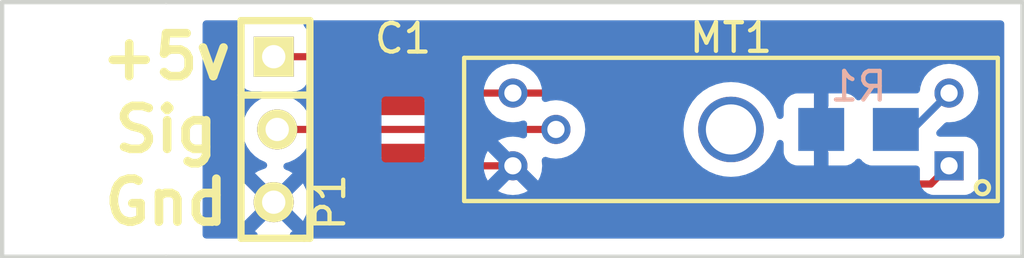
<source format=kicad_pcb>
(kicad_pcb (version 20221018) (generator pcbnew)
  (layers (0 "F.Cu" signal) (31 "B.Cu" signal) (34 "B.Paste" user) (35 "F.Paste" user) (36 "B.SilkS" user "B.Silkscreen") (37 "F.SilkS" user "F.Silkscreen") (38 "B.Mask" user) (39 "F.Mask" user) (44 "Edge.Cuts" user))
  (net 0 "")
  (net 1 "Net-(MT1-Pad4)")
  (net 2 "Net-(MT1-Pad2)")
  (net 3 "/GND")
  (net 4 "/Vcc")
  (footprint "Sensors:SHARP_GP1A57HRJ00F" (layer "F.Cu") (at 76.2 71.12)
    (fp_text reference "MT1" (at 0 -3.2) (layer "F.SilkS"))
    (fp_text value "GP1A57HRJ00F" hide)
    (fp_line (start -9.3 -2.5) (end -9.3 2.5) (stroke (width 0.15)) (layer "F.SilkS"))
    (fp_line (start -9.3 2.5) (end 9.3 2.5) (stroke (width 0.15)) (layer "F.SilkS"))
    (fp_line (start 9.3 -2.5) (end -9.3 -2.5) (stroke (width 0.15)) (layer "F.SilkS"))
    (fp_line (start 9.3 -2.5) (end 9.3 2.5) (stroke (width 0.15)) (layer "F.SilkS"))
    (fp_circle (center 8.763 2.032) (end 8.89 1.8415) (stroke (width 0.15)) (fill none) (layer "F.SilkS"))
    (pad "" thru_hole circle (at 0 0) (size 2.286 2.286) (drill 1.75) (layers "*.Cu" "*.Mask"))
    (pad "1" thru_hole rect (at 7.6 1.27) (size 1.016 1.016) (drill 0.6) (layers "*.Cu" "*.Mask") (net 4 "/Vcc"))
    (pad "2" thru_hole circle (at 7.6 -1.27) (size 1.016 1.016) (drill 0.6) (layers "*.Cu" "*.Mask") (net 2 "Net-(MT1-Pad2)"))
    (pad "3" thru_hole circle (at -7.6 -1.27) (size 1.016 1.016) (drill 0.6) (layers "*.Cu" "*.Mask") (net 4 "/Vcc"))
    (pad "4" thru_hole circle (at -6.1 0) (size 1.016 1.016) (drill 0.6) (layers "*.Cu" "*.Mask") (net 1 "Net-(MT1-Pad4)"))
    (pad "5" thru_hole circle (at -7.6 1.27) (size 1.016 1.016) (drill 0.6) (layers "*.Cu" "*.Mask") (net 3 "/GND"))
  )
  (footprint "Connectors:CONN_2.54mm_1x3" (layer "F.Cu") (at 60.325 71.12 90)
    (fp_text reference "P1" (at -2.54 1.905 90) (layer "F.SilkS"))
    (fp_text value "CONN_1x3" hide)
    (fp_line (start -3.8 -1.2) (end -3.8 1) (stroke (width 0.254)) (layer "F.SilkS"))
    (fp_line (start -3.8 1) (end -3.8 1.2) (stroke (width 0.254)) (layer "F.SilkS"))
    (fp_line (start -3.8 1.2) (end 3.8 1.2) (stroke (width 0.254)) (layer "F.SilkS"))
    (fp_line (start 1.2 1.2) (end 1.2 -1.2) (stroke (width 0.254)) (layer "F.SilkS"))
    (fp_line (start 3.6 -1.2) (end -3.8 -1.2) (stroke (width 0.254)) (layer "F.SilkS"))
    (fp_line (start 3.8 -1.2) (end 3.6 -1.2) (stroke (width 0.254)) (layer "F.SilkS"))
    (fp_line (start 3.8 1.2) (end 3.8 -1.2) (stroke (width 0.254)) (layer "F.SilkS"))
    (pad "1" thru_hole rect (at 2.54 -0.06096 90) (size 1.397 1.397) (drill 0.8128) (layers "*.Cu" "*.Mask" "F.SilkS") (net 4 "/Vcc"))
    (pad "2" thru_hole circle (at 0 0.06096 90) (size 1.397 1.397) (drill 0.8128) (layers "*.Cu" "*.Mask" "F.SilkS") (net 1 "Net-(MT1-Pad4)"))
    (pad "3" thru_hole circle (at -2.54 -0.06096 90) (size 1.397 1.397) (drill 0.8128) (layers "*.Cu" "*.Mask" "F.SilkS") (net 3 "/GND"))
  )
  (footprint "SMD:SMD_0805" (layer "F.Cu") (at 64.77 71.12)
    (fp_text reference "C1" (at 0 -3.175 180) (layer "F.SilkS"))
    (fp_text value "0.1u" hide)
    (pad "1" smd rect (at 0 -1.3) (size 1.5 1.6) (layers "F.Cu" "F.Paste" "F.Mask") (net 4 "/Vcc"))
    (pad "2" smd rect (at 0 1.3) (size 1.5 1.6) (layers "F.Cu" "F.Paste" "F.Mask") (net 3 "/GND"))
  )
  (footprint "SMD:SMD_0805" (layer "B.Cu") (at 80.645 71.12 90)
    (fp_text reference "R1" (at 1.5 0) (layer "B.SilkS") (effects (justify mirror)))
    (fp_text value "470" hide)
    (pad "1" smd rect (at 0 1.3 90) (size 1.5 1.6) (layers "B.Cu" "B.Paste" "B.Mask") (net 2 "Net-(MT1-Pad2)"))
    (pad "2" smd rect (at 0 -1.3 90) (size 1.5 1.6) (layers "B.Cu" "B.Paste" "B.Mask") (net 3 "/GND"))
  )
  (gr_line (start 50.8 66.675) (end 50.8 75.565) (stroke (width 0.15)) (layer "Edge.Cuts"))
  (gr_line (start 50.8 75.565) (end 56.515 75.565) (stroke (width 0.15)) (layer "Edge.Cuts"))
  (gr_line (start 86.36 75.565) (end 56.515 75.565) (stroke (width 0.15)) (layer "Edge.Cuts"))
  (gr_line (start 86.36 66.675) (end 86.36 75.565) (stroke (width 0.15)) (layer "Edge.Cuts"))
  (gr_line (start 56.515 66.675) (end 50.8 66.675) (stroke (width 0.15)) (layer "Edge.Cuts"))
  (gr_line (start 86.36 66.675) (end 56.515 66.675) (stroke (width 0.15)) (layer "Edge.Cuts"))
  (gr_text "Gnd" (at 56.515 73.66) (layer "F.SilkS") (effects (font (size 1.5 1.5) (thickness 0.3))))
  (gr_text "Sig" (at 56.515 71.12) (layer "F.SilkS") (effects (font (size 1.5 1.5) (thickness 0.3))))
  (gr_text "+5v" (at 56.515 68.58) (layer "F.SilkS") (effects (font (size 1.5 1.5) (thickness 0.3))))
  (segment (start 70.1 71.12) (end 60.38596 71.12) (width 0.25) (layer "F.Cu") (net 1))
  (segment (start 82.53 71.12) (end 83.8 69.85) (width 0.25) (layer "B.Cu") (net 2))
  (segment (start 81.945 71.12) (end 82.53 71.12) (width 0.25) (layer "B.Cu") (net 2))
  (segment (start 64.8 72.39) (end 64.77 72.42) (width 0.25) (layer "F.Cu") (net 3))
  (segment (start 68.6 72.39) (end 64.8 72.39) (width 0.25) (layer "F.Cu") (net 3))
  (segment (start 68.57 69.82) (end 68.6 69.85) (width 0.25) (layer "F.Cu") (net 4))
  (segment (start 71.755 69.85) (end 74.93 73.025) (width 0.25) (layer "F.Cu") (net 4))
  (segment (start 74.93 73.025) (end 83.165 73.025) (width 0.25) (layer "F.Cu") (net 4))
  (segment (start 83.165 73.025) (end 83.8 72.39) (width 0.25) (layer "F.Cu") (net 4))
  (segment (start 64.8 69.85) (end 64.77 69.82) (width 0.25) (layer "F.Cu") (net 4))
  (segment (start 63.47 69.82) (end 62.23 68.58) (width 0.25) (layer "F.Cu") (net 4))
  (segment (start 62.23 68.58) (end 60.26404 68.58) (width 0.25) (layer "F.Cu") (net 4))
  (segment (start 64.77 69.82) (end 63.47 69.82) (width 0.25) (layer "F.Cu") (net 4))
  (segment (start 68.6 69.85) (end 64.8 69.85) (width 0.25) (layer "F.Cu") (net 4))
  (segment (start 68.6 69.85) (end 71.755 69.85) (width 0.25) (layer "F.Cu") (net 4))
  (zone (net 3) (net_name "/GND") (layer "B.Cu") (connect_pads (clearance 0.508)) (min_thickness 0.254) (fill yes (thermal_gap 0.508) (thermal_bridge_width 0.508))
    (polygon (pts (xy 85.725 74.93) (xy 57.785 74.93) (xy 57.785 67.31) (xy 85.725 67.31)))
  )
)
</source>
